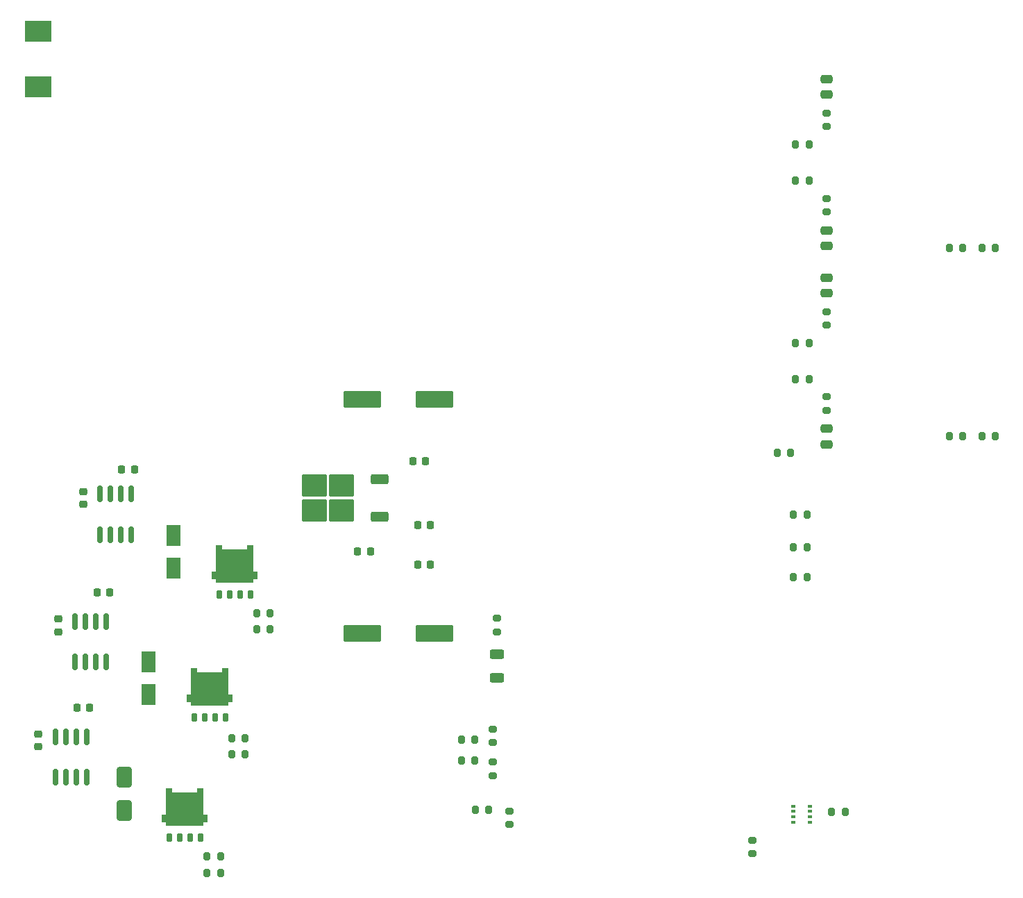
<source format=gbr>
%TF.GenerationSoftware,KiCad,Pcbnew,7.0.7*%
%TF.CreationDate,2023-09-16T18:25:32+02:00*%
%TF.ProjectId,dew_control_pcb,6465775f-636f-46e7-9472-6f6c5f706362,rev?*%
%TF.SameCoordinates,Original*%
%TF.FileFunction,Paste,Top*%
%TF.FilePolarity,Positive*%
%FSLAX46Y46*%
G04 Gerber Fmt 4.6, Leading zero omitted, Abs format (unit mm)*
G04 Created by KiCad (PCBNEW 7.0.7) date 2023-09-16 18:25:32*
%MOMM*%
%LPD*%
G01*
G04 APERTURE LIST*
G04 Aperture macros list*
%AMRoundRect*
0 Rectangle with rounded corners*
0 $1 Rounding radius*
0 $2 $3 $4 $5 $6 $7 $8 $9 X,Y pos of 4 corners*
0 Add a 4 corners polygon primitive as box body*
4,1,4,$2,$3,$4,$5,$6,$7,$8,$9,$2,$3,0*
0 Add four circle primitives for the rounded corners*
1,1,$1+$1,$2,$3*
1,1,$1+$1,$4,$5*
1,1,$1+$1,$6,$7*
1,1,$1+$1,$8,$9*
0 Add four rect primitives between the rounded corners*
20,1,$1+$1,$2,$3,$4,$5,0*
20,1,$1+$1,$4,$5,$6,$7,0*
20,1,$1+$1,$6,$7,$8,$9,0*
20,1,$1+$1,$8,$9,$2,$3,0*%
%AMFreePoly0*
4,1,18,-0.697500,2.280000,2.027500,2.280000,2.502500,2.280000,2.502500,1.530000,2.027500,1.530000,2.027500,-1.530000,2.502500,-1.530000,2.502500,-2.280000,-0.697500,-2.280000,-0.697500,-2.775000,-1.602500,-2.775000,-1.602500,-2.280000,-2.027500,-2.280000,-2.027500,2.280000,-1.602500,2.280000,-1.602500,2.775000,-0.697500,2.775000,-0.697500,2.280000,-0.697500,2.280000,$1*%
G04 Aperture macros list end*
%ADD10RoundRect,0.200000X-0.200000X-0.275000X0.200000X-0.275000X0.200000X0.275000X-0.200000X0.275000X0*%
%ADD11RoundRect,0.200000X0.200000X0.275000X-0.200000X0.275000X-0.200000X-0.275000X0.200000X-0.275000X0*%
%ADD12RoundRect,0.225000X0.225000X0.250000X-0.225000X0.250000X-0.225000X-0.250000X0.225000X-0.250000X0*%
%ADD13RoundRect,0.200000X0.275000X-0.200000X0.275000X0.200000X-0.275000X0.200000X-0.275000X-0.200000X0*%
%ADD14RoundRect,0.150000X0.150000X-0.825000X0.150000X0.825000X-0.150000X0.825000X-0.150000X-0.825000X0*%
%ADD15RoundRect,0.250001X-2.049999X-0.799999X2.049999X-0.799999X2.049999X0.799999X-2.049999X0.799999X0*%
%ADD16R,1.800000X2.500000*%
%ADD17RoundRect,0.225000X-0.250000X0.225000X-0.250000X-0.225000X0.250000X-0.225000X0.250000X0.225000X0*%
%ADD18R,3.300000X2.500000*%
%ADD19R,0.500000X0.350000*%
%ADD20RoundRect,0.250000X-0.625000X0.312500X-0.625000X-0.312500X0.625000X-0.312500X0.625000X0.312500X0*%
%ADD21RoundRect,0.200000X-0.275000X0.200000X-0.275000X-0.200000X0.275000X-0.200000X0.275000X0.200000X0*%
%ADD22RoundRect,0.250001X2.049999X0.799999X-2.049999X0.799999X-2.049999X-0.799999X2.049999X-0.799999X0*%
%ADD23RoundRect,0.187500X0.187500X-0.312500X0.187500X0.312500X-0.187500X0.312500X-0.187500X-0.312500X0*%
%ADD24FreePoly0,90.000000*%
%ADD25RoundRect,0.250000X-0.475000X0.250000X-0.475000X-0.250000X0.475000X-0.250000X0.475000X0.250000X0*%
%ADD26RoundRect,0.250000X0.650000X-1.000000X0.650000X1.000000X-0.650000X1.000000X-0.650000X-1.000000X0*%
%ADD27RoundRect,0.250000X0.850000X0.350000X-0.850000X0.350000X-0.850000X-0.350000X0.850000X-0.350000X0*%
%ADD28RoundRect,0.250000X1.275000X1.125000X-1.275000X1.125000X-1.275000X-1.125000X1.275000X-1.125000X0*%
%ADD29RoundRect,0.225000X-0.225000X-0.250000X0.225000X-0.250000X0.225000X0.250000X-0.225000X0.250000X0*%
G04 APERTURE END LIST*
D10*
%TO.C,R32*%
X177175000Y-59000000D03*
X178825000Y-59000000D03*
%TD*%
D11*
%TO.C,R23*%
X115325000Y-121500000D03*
X113675000Y-121500000D03*
%TD*%
D12*
%TO.C,C4*%
X109863000Y-97610000D03*
X108313000Y-97610000D03*
%TD*%
D13*
%TO.C,R24*%
X117500000Y-123325000D03*
X117500000Y-121675000D03*
%TD*%
D14*
%TO.C,U3*%
X64155000Y-123535000D03*
X65425000Y-123535000D03*
X66695000Y-123535000D03*
X67965000Y-123535000D03*
X67965000Y-118585000D03*
X66695000Y-118585000D03*
X65425000Y-118585000D03*
X64155000Y-118585000D03*
%TD*%
D10*
%TO.C,R16*%
X154175000Y-95500000D03*
X155825000Y-95500000D03*
%TD*%
D11*
%TO.C,R20*%
X160500000Y-127799000D03*
X158850000Y-127799000D03*
%TD*%
D10*
%TO.C,R1*%
X82615000Y-133185000D03*
X84265000Y-133185000D03*
%TD*%
D15*
%TO.C,C3*%
X101600000Y-77500000D03*
X110400000Y-77500000D03*
%TD*%
D16*
%TO.C,D3*%
X75465000Y-113500000D03*
X75465000Y-109500000D03*
%TD*%
%TO.C,D4*%
X78512500Y-98035000D03*
X78512500Y-94035000D03*
%TD*%
D10*
%TO.C,R15*%
X154175000Y-99175000D03*
X155825000Y-99175000D03*
%TD*%
D17*
%TO.C,C7*%
X67500000Y-88725000D03*
X67500000Y-90275000D03*
%TD*%
D18*
%TO.C,D1*%
X62000000Y-39400000D03*
X62000000Y-32600000D03*
%TD*%
D10*
%TO.C,R12*%
X154175000Y-91500000D03*
X155825000Y-91500000D03*
%TD*%
D17*
%TO.C,C13*%
X64465000Y-104260000D03*
X64465000Y-105810000D03*
%TD*%
D10*
%TO.C,R31*%
X173175000Y-59000000D03*
X174825000Y-59000000D03*
%TD*%
D12*
%TO.C,C6*%
X109863000Y-92784000D03*
X108313000Y-92784000D03*
%TD*%
D14*
%TO.C,U4*%
X66560000Y-109510000D03*
X67830000Y-109510000D03*
X69100000Y-109510000D03*
X70370000Y-109510000D03*
X70370000Y-104560000D03*
X69100000Y-104560000D03*
X67830000Y-104560000D03*
X66560000Y-104560000D03*
%TD*%
D19*
%TO.C,U2*%
X156206000Y-127056000D03*
X156206000Y-127706000D03*
X156206000Y-128356000D03*
X156206000Y-129006000D03*
X154156000Y-129006000D03*
X154156000Y-128356000D03*
X154156000Y-127706000D03*
X154156000Y-127056000D03*
%TD*%
D20*
%TO.C,R22*%
X118000000Y-108537500D03*
X118000000Y-111462500D03*
%TD*%
D11*
%TO.C,R13*%
X156075000Y-70600000D03*
X154425000Y-70600000D03*
%TD*%
D10*
%TO.C,R11*%
X152175000Y-84000000D03*
X153825000Y-84000000D03*
%TD*%
D21*
%TO.C,R8*%
X158250000Y-53000000D03*
X158250000Y-54650000D03*
%TD*%
D11*
%TO.C,R9*%
X156075000Y-46400000D03*
X154425000Y-46400000D03*
%TD*%
D21*
%TO.C,R28*%
X117500000Y-117675000D03*
X117500000Y-119325000D03*
%TD*%
%TO.C,R19*%
X118000000Y-104175000D03*
X118000000Y-105825000D03*
%TD*%
D12*
%TO.C,C8*%
X73775000Y-86000000D03*
X72225000Y-86000000D03*
%TD*%
D11*
%TO.C,R25*%
X117000000Y-127500000D03*
X115350000Y-127500000D03*
%TD*%
D22*
%TO.C,C5*%
X110400000Y-106000000D03*
X101600000Y-106000000D03*
%TD*%
D23*
%TO.C,Q2*%
X84870000Y-116282250D03*
D24*
X82965000Y-112790000D03*
D23*
X81060000Y-116282250D03*
X82330000Y-116282250D03*
X83600000Y-116282250D03*
%TD*%
D13*
%TO.C,R26*%
X119500000Y-129325000D03*
X119500000Y-127675000D03*
%TD*%
D23*
%TO.C,Q3*%
X87917500Y-101282250D03*
D24*
X86012500Y-97790000D03*
D23*
X84107500Y-101282250D03*
X85377500Y-101282250D03*
X86647500Y-101282250D03*
%TD*%
D10*
%TO.C,R3*%
X82615000Y-135185000D03*
X84265000Y-135185000D03*
%TD*%
D25*
%TO.C,C15*%
X158250000Y-62650000D03*
X158250000Y-64550000D03*
%TD*%
D23*
%TO.C,Q1*%
X81845000Y-130932250D03*
D24*
X79940000Y-127440000D03*
D23*
X78035000Y-130932250D03*
X79305000Y-130932250D03*
X80575000Y-130932250D03*
%TD*%
D26*
%TO.C,D2*%
X72560000Y-127560000D03*
X72560000Y-123560000D03*
%TD*%
D17*
%TO.C,C11*%
X62060000Y-118285000D03*
X62060000Y-119835000D03*
%TD*%
D10*
%TO.C,R2*%
X85640000Y-118780000D03*
X87290000Y-118780000D03*
%TD*%
D11*
%TO.C,R27*%
X115325000Y-119000000D03*
X113675000Y-119000000D03*
%TD*%
D21*
%TO.C,R18*%
X158250000Y-77175000D03*
X158250000Y-78825000D03*
%TD*%
D12*
%TO.C,C12*%
X68335000Y-115060000D03*
X66785000Y-115060000D03*
%TD*%
D10*
%TO.C,R6*%
X88687500Y-105535000D03*
X90337500Y-105535000D03*
%TD*%
D11*
%TO.C,R7*%
X156075000Y-50825000D03*
X154425000Y-50825000D03*
%TD*%
D25*
%TO.C,C10*%
X158250000Y-38450000D03*
X158250000Y-40350000D03*
%TD*%
%TO.C,C9*%
X158250000Y-56875000D03*
X158250000Y-58775000D03*
%TD*%
D27*
%TO.C,U1*%
X103700000Y-91780000D03*
D28*
X99075000Y-91025000D03*
X99075000Y-87975000D03*
X95725000Y-91025000D03*
X95725000Y-87975000D03*
D27*
X103700000Y-87220000D03*
%TD*%
D11*
%TO.C,R14*%
X156075000Y-75000000D03*
X154425000Y-75000000D03*
%TD*%
D21*
%TO.C,R10*%
X158250000Y-42575000D03*
X158250000Y-44225000D03*
%TD*%
D29*
%TO.C,C1*%
X107725000Y-85000000D03*
X109275000Y-85000000D03*
%TD*%
D10*
%TO.C,R5*%
X88687500Y-103535000D03*
X90337500Y-103535000D03*
%TD*%
%TO.C,R4*%
X85640000Y-120780000D03*
X87290000Y-120780000D03*
%TD*%
%TO.C,R30*%
X173175000Y-82000000D03*
X174825000Y-82000000D03*
%TD*%
D21*
%TO.C,R17*%
X158250000Y-66775000D03*
X158250000Y-68425000D03*
%TD*%
D25*
%TO.C,C16*%
X158250000Y-81050000D03*
X158250000Y-82950000D03*
%TD*%
D12*
%TO.C,C14*%
X70740000Y-101035000D03*
X69190000Y-101035000D03*
%TD*%
D10*
%TO.C,R29*%
X177175000Y-82000000D03*
X178825000Y-82000000D03*
%TD*%
D14*
%TO.C,U5*%
X69595000Y-93975000D03*
X70865000Y-93975000D03*
X72135000Y-93975000D03*
X73405000Y-93975000D03*
X73405000Y-89025000D03*
X72135000Y-89025000D03*
X70865000Y-89025000D03*
X69595000Y-89025000D03*
%TD*%
D12*
%TO.C,C2*%
X102550000Y-96000000D03*
X101000000Y-96000000D03*
%TD*%
D21*
%TO.C,R21*%
X149181000Y-131206000D03*
X149181000Y-132856000D03*
%TD*%
M02*

</source>
